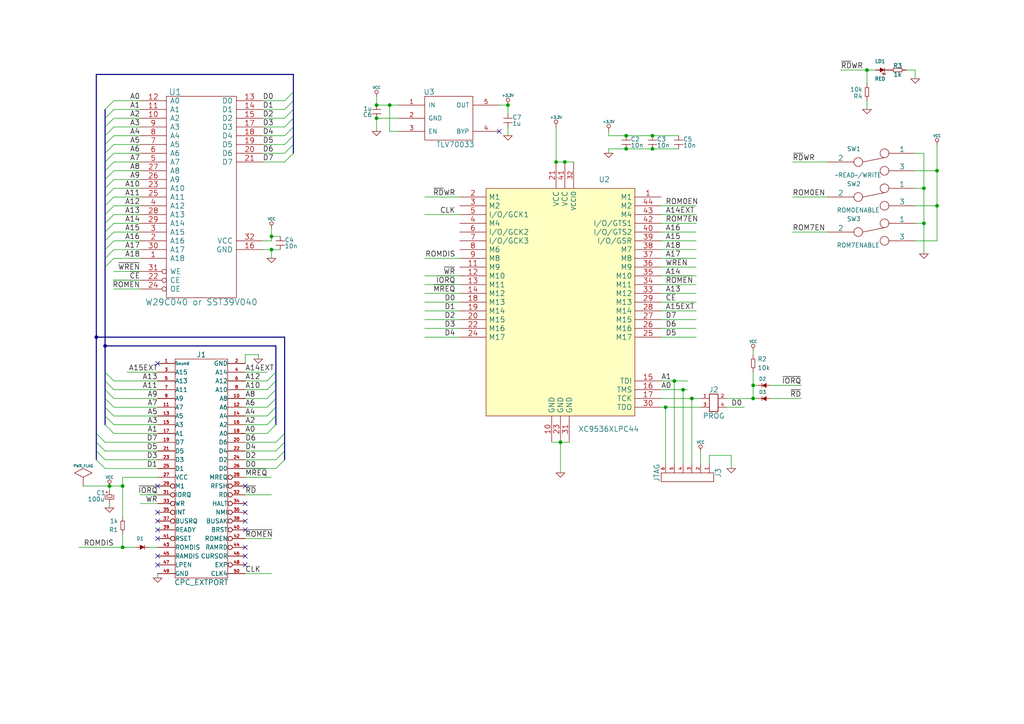
<source format=kicad_sch>
(kicad_sch (version 20230121) (generator eeschema)
  (paper "A4")
  (title_block (title "Megaflash redux") (date "Friday, 18 April 2014") (company "James Churchill (pelrun)") (comment 2 "wubba lubba dub dubs!") (comment 3 "original by Bryce www.cpcwiki.eu/index.php/MegaFlash"))
  (lib_symbols
    (symbol "megaflash-rescue:+3.3V" (power) (pin_names (offset 0))
      (property "Value" "+3.3V" (at 0 2.794 0))
      (symbol "+3.3V_0_0"
        (pin power_in line (at 0 0 90) (length 0) hide (name "+3.3V") (number "1"))
      )
      (symbol "+3.3V_0_1"
        (polyline (pts (xy 0 0) (xy 0 1.016) (xy 0 1.016)))
        (circle (center 0 1.524) (radius 0.508))
      )
    )
    (symbol "megaflash-rescue:C" (pin_numbers hide) (pin_names (offset 0.254))
      (property "Reference" "C" (at 1.27 0.254 0))
      (property "Value" "C" (at 1.27 -1.524 0))
      (symbol "C_0_1"
        (polyline (pts (xy -1.27 0) (xy 1.27 0) (xy 1.27 0)))
        (polyline (pts (xy 1.27 -1.27) (xy -1.27 -1.27) (xy -1.27 -1.27)))
      )
      (symbol "C_1_1"
        (pin passive line (at 0 1.27 270) (length 1.27) (name "~") (number "1"))
        (pin passive line (at 0 -2.54 90) (length 1.27) (name "~") (number "2"))
      )
    )
    (symbol "megaflash-rescue:CPC_EXTPORT" (pin_names (offset 0.0254))
      (property "Reference" "J" (at 0 33.02 0))
      (property "Value" "CPC_EXTPORT" (at 0 -33.02 0))
      (symbol "CPC_EXTPORT_0_1"
        (rectangle (start -7.62 31.75) (end 7.62 -31.75))
      )
      (symbol "CPC_EXTPORT_1_1"
        (pin passive line (at -12.7 30.48 0) (length 5.0038) (name "Sound") (number "1"))
        (pin passive line (at 12.7 20.32 180) (length 5.0038) (name "A8") (number "10"))
        (pin passive line (at -12.7 17.78 0) (length 5.0038) (name "A7") (number "11"))
        (pin passive line (at 12.7 17.78 180) (length 5.0038) (name "A6") (number "12"))
        (pin passive line (at -12.7 15.24 0) (length 5.0038) (name "A5") (number "13"))
        (pin passive line (at 12.7 15.24 180) (length 5.0038) (name "A4") (number "14"))
        (pin passive line (at -12.7 12.7 0) (length 5.0038) (name "A3") (number "15"))
        (pin passive line (at 12.7 12.7 180) (length 5.0038) (name "A2") (number "16"))
        (pin passive line (at -12.7 10.16 0) (length 5.0038) (name "A1") (number "17"))
        (pin passive line (at 12.7 10.16 180) (length 5.0038) (name "A0") (number "18"))
        (pin passive line (at -12.7 7.62 0) (length 5.0038) (name "D7") (number "19"))
        (pin passive line (at 12.7 30.48 180) (length 5.0038) (name "GND") (number "2"))
        (pin passive line (at 12.7 7.62 180) (length 5.0038) (name "D6") (number "20"))
        (pin passive line (at -12.7 5.08 0) (length 5.0038) (name "D5") (number "21"))
        (pin passive line (at 12.7 5.08 180) (length 5.0038) (name "D4") (number "22"))
        (pin passive line (at -12.7 2.54 0) (length 5.0038) (name "D3") (number "23"))
        (pin passive line (at 12.7 2.54 180) (length 5.0038) (name "D2") (number "24"))
        (pin passive line (at -12.7 0 0) (length 5.0038) (name "D1") (number "25"))
        (pin passive line (at 12.7 0 180) (length 5.0038) (name "D0") (number "26"))
        (pin passive line (at -12.7 -2.54 0) (length 5.0038) (name "VCC") (number "27"))
        (pin passive inverted (at 12.7 -2.54 180) (length 5.0038) (name "MREQ") (number "28"))
        (pin passive inverted (at -12.7 -5.08 0) (length 5.0038) (name "M1") (number "29"))
        (pin passive line (at -12.7 27.94 0) (length 5.0038) (name "A15") (number "3"))
        (pin passive inverted (at 12.7 -5.08 180) (length 5.0038) (name "RFSH") (number "30"))
        (pin passive inverted (at -12.7 -7.62 0) (length 5.0038) (name "IORQ") (number "31"))
        (pin passive inverted (at 12.7 -7.62 180) (length 5.0038) (name "RD") (number "32"))
        (pin passive inverted (at -12.7 -10.16 0) (length 5.0038) (name "WR") (number "33"))
        (pin passive inverted (at 12.7 -10.16 180) (length 5.0038) (name "HALT") (number "34"))
        (pin passive inverted (at -12.7 -12.7 0) (length 5.0038) (name "INT") (number "35"))
        (pin passive inverted (at 12.7 -12.7 180) (length 5.0038) (name "NMI") (number "36"))
        (pin passive inverted (at -12.7 -15.24 0) (length 5.0038) (name "BUSRQ") (number "37"))
        (pin passive inverted (at 12.7 -15.24 180) (length 5.0038) (name "BUSAK") (number "38"))
        (pin passive line (at -12.7 -17.78 0) (length 5.0038) (name "READY") (number "39"))
        (pin passive line (at 12.7 27.94 180) (length 5.0038) (name "A14") (number "4"))
        (pin passive inverted (at 12.7 -17.78 180) (length 5.0038) (name "BRST") (number "40"))
        (pin passive inverted (at -12.7 -20.32 0) (length 5.0038) (name "RSET") (number "41"))
        (pin passive inverted (at 12.7 -20.32 180) (length 5.0038) (name "ROMEN") (number "42"))
        (pin passive line (at -12.7 -22.86 0) (length 5.0038) (name "ROMDIS") (number "43"))
        (pin passive inverted (at 12.7 -22.86 180) (length 5.0038) (name "RAMRD") (number "44"))
        (pin passive line (at -12.7 -25.4 0) (length 5.0038) (name "RAMDIS") (number "45"))
        (pin passive line (at 12.7 -25.4 180) (length 5.0038) (name "CURSOR") (number "46"))
        (pin passive line (at -12.7 -27.94 0) (length 5.0038) (name "LPEN") (number "47"))
        (pin passive inverted (at 12.7 -27.94 180) (length 5.0038) (name "EXP") (number "48"))
        (pin passive line (at -12.7 -30.48 0) (length 5.0038) (name "GND") (number "49"))
        (pin passive line (at -12.7 25.4 0) (length 5.0038) (name "A13") (number "5"))
        (pin passive line (at 12.7 -30.48 180) (length 5.0038) (name "CLK4") (number "50"))
        (pin passive line (at 12.7 25.4 180) (length 5.0038) (name "A12") (number "6"))
        (pin passive line (at -12.7 22.86 0) (length 5.0038) (name "A11") (number "7"))
        (pin passive line (at 12.7 22.86 180) (length 5.0038) (name "A10") (number "8"))
        (pin passive line (at -12.7 20.32 0) (length 5.0038) (name "A9") (number "9"))
      )
    )
    (symbol "megaflash-rescue:DIODE" (pin_numbers hide) (pin_names (offset 1.016) hide)
      (property "Reference" "D" (at 0 2.54 0))
      (property "Value" "DIODE" (at 0 -2.54 0))
      (symbol "DIODE_0_1"
        (polyline (pts (xy 1.27 -0.635) (xy 1.27 0.635) (xy 1.27 0.635)))
        (polyline (pts (xy 1.27 0) (xy 0 0.635) (xy 0 -0.635) (xy 0 -0.635)) (fill (type outline)))
      )
      (symbol "DIODE_1_1"
        (pin passive line (at -1.27 0 0) (length 1.27) (name "A") (number "1"))
        (pin passive line (at 2.54 0 180) (length 1.27) (name "K") (number "2"))
      )
    )
    (symbol "megaflash-rescue:GND" (power) (pin_names (offset 0))
      (symbol "GND_0_1"
        (polyline (pts (xy -1.27 0) (xy 0 -1.27) (xy 1.27 0) (xy -1.27 0)))
      )
      (symbol "GND_1_1"
        (pin power_in line (at 0 0 90) (length 0) hide (name "GND") (number "1"))
      )
    )
    (symbol "megaflash-rescue:HEADER_2x2" (pin_names (offset 0))
      (property "Reference" "J" (at 0 3.81 0))
      (property "Value" "HEADER_2x2" (at 0 -3.81 0))
      (symbol "HEADER_2x2_0_1"
        (rectangle (start 1.27 2.54) (end -1.27 -2.54))
        (rectangle (start 1.27 2.54) (end -1.27 -2.54))
      )
      (symbol "HEADER_2x2_1_1"
        (pin passive line (at -3.81 1.27 0) (length 2.54) (name "~") (number "1"))
        (pin passive line (at 3.81 1.27 180) (length 2.54) (name "~") (number "2"))
        (pin passive line (at -3.81 -1.27 0) (length 2.54) (name "~") (number "3"))
        (pin passive line (at 3.81 -1.27 180) (length 2.54) (name "~") (number "4"))
      )
    )
    (symbol "megaflash-rescue:HEADER_6" (pin_names (offset 0))
      (property "Reference" "J" (at 0 8.89 0))
      (property "Value" "HEADER_6" (at 0 -8.89 0))
      (symbol "HEADER_6_0_1"
        (rectangle (start 2.54 7.62) (end 0 -7.62))
      )
      (symbol "HEADER_6_1_1"
        (pin passive line (at -2.54 6.35 0) (length 2.54) (name "~") (number "1"))
        (pin passive line (at -2.54 3.81 0) (length 2.54) (name "~") (number "2"))
        (pin passive line (at -2.54 1.27 0) (length 2.54) (name "~") (number "3"))
        (pin passive line (at -2.54 -1.27 0) (length 2.54) (name "~") (number "4"))
        (pin passive line (at -2.54 -3.81 0) (length 2.54) (name "~") (number "5"))
        (pin passive line (at -2.54 -6.35 0) (length 2.54) (name "~") (number "6"))
      )
    )
    (symbol "megaflash-rescue:LED" (pin_numbers hide) (pin_names (offset 1.016) hide)
      (property "Reference" "LD" (at 0 2.54 0))
      (property "Value" "LED" (at 0 -2.54 0))
      (symbol "LED_0_1"
        (polyline (pts (xy 0.508 -0.762) (xy 1.016 -1.27) (xy 1.016 -1.27)))
        (polyline (pts (xy 1.016 -0.762) (xy 1.524 -1.27) (xy 1.524 -1.27)))
        (polyline (pts (xy 1.27 -0.635) (xy 1.27 0.635) (xy 1.27 0.635)))
        (polyline (pts (xy 1.27 0) (xy 0 0.635) (xy 0 -0.635) (xy 0 -0.635)) (fill (type outline)))
        (polyline (pts (xy 1.524 -1.27) (xy 1.27 -1.27) (xy 1.524 -1.016) (xy 1.524 -1.27) (xy 1.524 -1.27)) (fill (type outline)))
        (polyline (pts (xy 1.016 -1.27) (xy 0.762 -1.27) (xy 1.016 -1.016) (xy 1.016 -1.27) (xy 1.016 -1.27) (xy 1.016 -1.27)) (fill (type outline)))
      )
      (symbol "LED_1_1"
        (pin passive line (at -1.27 0 0) (length 1.27) (name "A") (number "1"))
        (pin passive line (at 2.54 0 180) (length 1.27) (name "K") (number "2"))
      )
    )
    (symbol "megaflash-rescue:MIC5205" (pin_names (offset 1.016))
      (property "Reference" "U" (at -5.08 7.62 0))
      (property "Value" "MIC5205" (at 2.54 -7.62 0))
      (symbol "MIC5205_0_1"
        (rectangle (start -6.35 6.35) (end 7.62 -6.35))
      )
      (symbol "MIC5205_1_1"
        (pin power_in line (at -13.97 3.81 0) (length 7.62) (name "IN") (number "1"))
        (pin power_in line (at -13.97 0 0) (length 7.62) (name "GND") (number "2"))
        (pin input line (at -13.97 -3.81 0) (length 7.62) (name "EN") (number "3"))
        (pin passive line (at 15.24 -3.81 180) (length 7.62) (name "BYP") (number "4"))
        (pin power_out line (at 15.24 3.81 180) (length 7.62) (name "OUT") (number "5"))
      )
    )
    (symbol "megaflash-rescue:PWR_FLAG" (power) (pin_numbers hide) (pin_names (offset 0) hide)
      (property "Value" "PWR_FLAG" (at 0 5.842 0))
      (symbol "PWR_FLAG_0_0"
        (pin power_out line (at 0 0 90) (length 0) (name "pwr") (number "1"))
      )
      (symbol "PWR_FLAG_0_1"
        (polyline (pts (xy 0 0) (xy 0 2.54) (xy 0 2.54)))
        (polyline (pts (xy 0 2.54) (xy -2.54 3.81) (xy 0 5.08) (xy 2.54 3.81) (xy 0 2.54)))
      )
    )
    (symbol "megaflash-rescue:R" (pin_numbers hide) (pin_names (offset 0))
      (property "Reference" "R" (at -1.27 1.27 90))
      (property "Value" "R" (at 1.27 1.27 90))
      (symbol "R_0_1"
        (rectangle (start 0.508 1.27) (end -0.508 -1.27))
      )
      (symbol "R_1_1"
        (pin passive line (at 0 2.54 270) (length 1.27) (name "~") (number "1"))
        (pin passive line (at 0 -2.54 90) (length 1.27) (name "~") (number "2"))
      )
    )
    (symbol "megaflash-rescue:SWITCH_INV" (pin_numbers hide) (pin_names (offset 0))
      (property "Reference" "SW" (at -5.08 3.81 0))
      (property "Value" "SWITCH_INV" (at -3.81 -3.81 0))
      (symbol "SWITCH_INV_0_0"
        (circle (center -3.81 0) (radius 1.27))
        (circle (center 3.81 -2.54) (radius 1.27))
      )
      (symbol "SWITCH_INV_0_1"
        (polyline (pts (xy -2.54 0) (xy 3.81 1.27)))
        (circle (center 3.81 2.54) (radius 1.27))
      )
      (symbol "SWITCH_INV_1_1"
        (pin passive line (at 12.7 2.54 180) (length 7.62) (name "1") (number "1"))
        (pin passive line (at -12.7 0 0) (length 7.62) (name "2") (number "2"))
        (pin passive line (at 12.7 -2.54 180) (length 7.62) (name "3") (number "3"))
      )
    )
    (symbol "megaflash-rescue:VCC" (power) (pin_names (offset 0))
      (property "Value" "VCC" (at 0 2.54 0))
      (symbol "VCC_0_0"
        (pin power_in line (at 0 0 90) (length 0) hide (name "VCC") (number "1"))
      )
      (symbol "VCC_0_1"
        (polyline (pts (xy 0 0) (xy 0 0.762) (xy 0 0.762)))
        (circle (center 0 1.27) (radius 0.508))
      )
    )
    (symbol "megaflash-rescue:W29C040" (pin_names (offset 1.016))
      (property "Reference" "U" (at -7.62 25.4 0))
      (property "Value" "W29C040" (at 0 -35.56 0))
      (symbol "W29C040_0_0"
        (pin power_in line (at 17.78 -20.32 180) (length 7.62) (name "GND") (number "16"))
      )
      (symbol "W29C040_0_1"
        (rectangle (start -10.16 24.13) (end 10.16 -34.29))
      )
      (symbol "W29C040_1_0"
        (pin power_in line (at 17.78 -17.78 180) (length 7.62) (name "VCC") (number "32"))
      )
      (symbol "W29C040_1_1"
        (pin input line (at -17.78 -22.86 0) (length 7.62) (name "A18") (number "1"))
        (pin input line (at -17.78 17.78 0) (length 7.62) (name "A2") (number "10"))
        (pin input line (at -17.78 20.32 0) (length 7.62) (name "A1") (number "11"))
        (pin input line (at -17.78 22.86 0) (length 7.62) (name "A0") (number "12"))
        (pin tri_state line (at 17.78 22.86 180) (length 7.62) (name "D0") (number "13"))
        (pin tri_state line (at 17.78 20.32 180) (length 7.62) (name "D1") (number "14"))
        (pin tri_state line (at 17.78 17.78 180) (length 7.62) (name "D2") (number "15"))
        (pin tri_state line (at 17.78 15.24 180) (length 7.62) (name "D3") (number "17"))
        (pin tri_state line (at 17.78 12.7 180) (length 7.62) (name "D4") (number "18"))
        (pin tri_state line (at 17.78 10.16 180) (length 7.62) (name "D5") (number "19"))
        (pin input line (at -17.78 -17.78 0) (length 7.62) (name "A16") (number "2"))
        (pin tri_state line (at 17.78 7.62 180) (length 7.62) (name "D6") (number "20"))
        (pin tri_state line (at 17.78 5.08 180) (length 7.62) (name "D7") (number "21"))
        (pin input inverted (at -17.78 -29.21 0) (length 7.62) (name "CE") (number "22"))
        (pin input line (at -17.78 -2.54 0) (length 7.62) (name "A10") (number "23"))
        (pin input inverted (at -17.78 -31.75 0) (length 7.62) (name "OE") (number "24"))
        (pin input line (at -17.78 -5.08 0) (length 7.62) (name "A11") (number "25"))
        (pin input line (at -17.78 0 0) (length 7.62) (name "A9") (number "26"))
        (pin input line (at -17.78 2.54 0) (length 7.62) (name "A8") (number "27"))
        (pin input line (at -17.78 -10.16 0) (length 7.62) (name "A13") (number "28"))
        (pin input line (at -17.78 -12.7 0) (length 7.62) (name "A14") (number "29"))
        (pin input line (at -17.78 -15.24 0) (length 7.62) (name "A15") (number "3"))
        (pin input line (at -17.78 -20.32 0) (length 7.62) (name "A17") (number "30"))
        (pin input inverted (at -17.78 -26.67 0) (length 7.62) (name "WE") (number "31"))
        (pin input line (at -17.78 -7.62 0) (length 7.62) (name "A12") (number "4"))
        (pin input line (at -17.78 5.08 0) (length 7.62) (name "A7") (number "5"))
        (pin input line (at -17.78 7.62 0) (length 7.62) (name "A6") (number "6"))
        (pin input line (at -17.78 10.16 0) (length 7.62) (name "A5") (number "7"))
        (pin input line (at -17.78 12.7 0) (length 7.62) (name "A4") (number "8"))
        (pin input line (at -17.78 15.24 0) (length 7.62) (name "A3") (number "9"))
      )
    )
    (symbol "megaflash-rescue:XC9536PC44" (pin_names (offset 0.762))
      (property "Reference" "U" (at 12.7 35.56 0))
      (property "Value" "XC9536PC44" (at 13.97 -36.8046 0))
      (symbol "XC9536PC44_0_1"
        (rectangle (start -21.59 33.02) (end 21.59 -33.02) (fill (type background)))
      )
      (symbol "XC9536PC44_1_1"
        (pin bidirectional line (at 29.21 30.48 180) (length 7.62) (name "M1") (number "1"))
        (pin power_in line (at -2.54 -40.64 90) (length 7.62) (name "GND") (number "10"))
        (pin bidirectional line (at -29.21 10.16 0) (length 7.62) (name "M9") (number "11"))
        (pin bidirectional line (at -29.21 7.62 0) (length 7.62) (name "M10") (number "12"))
        (pin bidirectional line (at -29.21 5.08 0) (length 7.62) (name "M11") (number "13"))
        (pin bidirectional line (at -29.21 2.54 0) (length 7.62) (name "M12") (number "14"))
        (pin input line (at 29.21 -22.86 180) (length 7.62) (name "TDI") (number "15"))
        (pin input line (at 29.21 -25.4 180) (length 7.62) (name "TMS") (number "16"))
        (pin input line (at 29.21 -27.94 180) (length 7.62) (name "TCK") (number "17"))
        (pin bidirectional line (at -29.21 0 0) (length 7.62) (name "M13") (number "18"))
        (pin bidirectional line (at -29.21 -2.54 0) (length 7.62) (name "M14") (number "19"))
        (pin bidirectional line (at -29.21 30.48 0) (length 7.62) (name "M1") (number "2"))
        (pin bidirectional line (at -29.21 -5.08 0) (length 7.62) (name "M15") (number "20"))
        (pin power_in line (at -1.27 40.64 270) (length 7.62) (name "VCC") (number "21"))
        (pin bidirectional line (at -29.21 -7.62 0) (length 7.62) (name "M16") (number "22"))
        (pin power_in line (at 0 -40.64 90) (length 7.62) (name "GND") (number "23"))
        (pin bidirectional line (at -29.21 -10.16 0) (length 7.62) (name "M17") (number "24"))
        (pin bidirectional line (at 29.21 -10.16 180) (length 7.62) (name "M17") (number "25"))
        (pin bidirectional line (at 29.21 -7.62 180) (length 7.62) (name "M16") (number "26"))
        (pin bidirectional line (at 29.21 -5.08 180) (length 7.62) (name "M15") (number "27"))
        (pin bidirectional line (at 29.21 -2.54 180) (length 7.62) (name "M14") (number "28"))
        (pin bidirectional line (at 29.21 0 180) (length 7.62) (name "M13") (number "29"))
        (pin bidirectional line (at -29.21 27.94 0) (length 7.62) (name "M2") (number "3"))
        (pin output line (at 29.21 -30.48 180) (length 7.62) (name "TDO") (number "30"))
        (pin power_in line (at 2.54 -40.64 90) (length 7.62) (name "GND") (number "31"))
        (pin power_in line (at 3.81 40.64 270) (length 7.62) (name "VCCIO") (number "32"))
        (pin bidirectional line (at 29.21 2.54 180) (length 7.62) (name "M12") (number "33"))
        (pin bidirectional line (at 29.21 5.08 180) (length 7.62) (name "M11") (number "34"))
        (pin bidirectional line (at 29.21 7.62 180) (length 7.62) (name "M10") (number "35"))
        (pin bidirectional line (at 29.21 10.16 180) (length 7.62) (name "M9") (number "36"))
        (pin bidirectional line (at 29.21 12.7 180) (length 7.62) (name "M8") (number "37"))
        (pin bidirectional line (at 29.21 15.24 180) (length 7.62) (name "M7") (number "38"))
        (pin bidirectional line (at 29.21 17.78 180) (length 7.62) (name "I/O/GSR") (number "39"))
        (pin bidirectional line (at -29.21 22.86 0) (length 7.62) (name "M4") (number "4"))
        (pin bidirectional line (at 29.21 20.32 180) (length 7.62) (name "I/O/GTS2") (number "40"))
        (pin power_in line (at 1.27 40.64 270) (length 7.62) (name "VCC") (number "41"))
        (pin bidirectional line (at 29.21 22.86 180) (length 7.62) (name "I/O/GTS1") (number "42"))
        (pin bidirectional line (at 29.21 25.4 180) (length 7.62) (name "M4") (number "43"))
        (pin bidirectional line (at 29.21 27.94 180) (length 7.62) (name "M2") (number "44"))
        (pin bidirectional line (at -29.21 25.4 0) (length 7.62) (name "I/O/GCK1") (number "5"))
        (pin bidirectional line (at -29.21 20.32 0) (length 7.62) (name "I/O/GCK2") (number "6"))
        (pin bidirectional line (at -29.21 17.78 0) (length 7.62) (name "I/O/GCK3") (number "7"))
        (pin bidirectional line (at -29.21 15.24 0) (length 7.62) (name "M6") (number "8"))
        (pin bidirectional line (at -29.21 12.7 0) (length 7.62) (name "M8") (number "9"))
      )
    )
    (symbol "megaflash-rescue:cap" (pin_numbers hide) (pin_names (offset 0.254) hide)
      (property "Reference" "C" (at 1.27 2.54 0))
      (property "Value" "cap" (at 1.27 -2.54 0))
      (symbol "cap_0_1"
        (rectangle (start -0.762 1.27) (end 0.762 0.508))
        (polyline (pts (xy -0.762 2.286) (xy -0.762 1.778) (xy -0.762 1.778)))
        (polyline (pts (xy -0.508 2.032) (xy -1.016 2.032) (xy -1.016 2.032)))
        (polyline (pts (xy -1.27 1.27) (xy -1.27 0) (xy 1.27 0) (xy 1.27 1.27) (xy 1.27 1.27)))
      )
      (symbol "cap_1_1"
        (pin passive line (at 0 2.54 270) (length 1.27) (name "~") (number "1"))
        (pin passive line (at 0 -1.27 90) (length 1.27) (name "~") (number "2"))
      )
    )
  )
  (junction (at 195.58 110.49))
  (junction (at 161.29 46.99))
  (junction (at 27.94 97.79))
  (junction (at 189.23 43.18))
  (junction (at 31.75 140.97))
  (junction (at 267.97 54.61))
  (junction (at 78.74 68.58))
  (junction (at 267.97 64.77))
  (junction (at 271.78 59.69))
  (junction (at 109.22 34.29))
  (junction (at 147.32 30.48))
  (junction (at 181.61 39.37))
  (junction (at 35.56 140.97))
  (junction (at 198.12 113.03))
  (junction (at 35.56 158.75))
  (junction (at 109.22 30.48))
  (junction (at 218.44 111.76))
  (junction (at 30.48 100.33))
  (junction (at 78.74 72.39))
  (junction (at 189.23 39.37))
  (junction (at 181.61 43.18))
  (junction (at 271.78 49.53))
  (junction (at 200.66 115.57))
  (junction (at 113.03 30.48))
  (junction (at 163.83 46.99))
  (junction (at 251.46 20.32))
  (junction (at 218.44 115.57))
  (junction (at 162.56 128.27))
  (junction (at 193.04 118.11))
  (no_connect (at 71.12 146.05))
  (no_connect (at 45.72 151.13))
  (no_connect (at 45.72 148.59))
  (no_connect (at 71.12 161.29))
  (no_connect (at 144.78 38.1))
  (no_connect (at 45.72 163.83))
  (no_connect (at 71.12 158.75))
  (no_connect (at 71.12 163.83))
  (no_connect (at 71.12 148.59))
  (no_connect (at 71.12 151.13))
  (no_connect (at 45.72 140.97))
  (no_connect (at 71.12 140.97))
  (no_connect (at 45.72 153.67))
  (no_connect (at 45.72 161.29))
  (no_connect (at 71.12 153.67))
  (no_connect (at 45.72 105.41))
  (no_connect (at 45.72 156.21))
  (bus_entry (at 27.94 128.27) (size 2.54 2.54))
  (bus_entry (at 30.48 67.31) (size 2.54 -2.54))
  (bus_entry (at 80.01 130.81) (size 2.54 -2.54))
  (bus_entry (at 30.48 57.15) (size 2.54 -2.54))
  (bus_entry (at 82.55 46.99) (size 2.54 -2.54))
  (bus_entry (at 30.48 64.77) (size 2.54 -2.54))
  (bus_entry (at 30.48 118.11) (size 2.54 2.54))
  (bus_entry (at 80.01 133.35) (size 2.54 -2.54))
  (bus_entry (at 30.48 44.45) (size 2.54 -2.54))
  (bus_entry (at 30.48 74.93) (size 2.54 -2.54))
  (bus_entry (at 30.48 41.91) (size 2.54 -2.54))
  (bus_entry (at 30.48 110.49) (size 2.54 2.54))
  (bus_entry (at 27.94 125.73) (size 2.54 2.54))
  (bus_entry (at 30.48 31.75) (size 2.54 -2.54))
  (bus_entry (at 77.47 118.11) (size 2.54 -2.54))
  (bus_entry (at 30.48 54.61) (size 2.54 -2.54))
  (bus_entry (at 82.55 31.75) (size 2.54 -2.54))
  (bus_entry (at 30.48 52.07) (size 2.54 -2.54))
  (bus_entry (at 77.47 110.49) (size 2.54 -2.54))
  (bus_entry (at 27.94 130.81) (size 2.54 2.54))
  (bus_entry (at 30.48 49.53) (size 2.54 -2.54))
  (bus_entry (at 30.48 123.19) (size 2.54 2.54))
  (bus_entry (at 30.48 113.03) (size 2.54 2.54))
  (bus_entry (at 30.48 36.83) (size 2.54 -2.54))
  (bus_entry (at 77.47 123.19) (size 2.54 -2.54))
  (bus_entry (at 30.48 69.85) (size 2.54 -2.54))
  (bus_entry (at 27.94 133.35) (size 2.54 2.54))
  (bus_entry (at 30.48 72.39) (size 2.54 -2.54))
  (bus_entry (at 82.55 29.21) (size 2.54 -2.54))
  (bus_entry (at 80.01 135.89) (size 2.54 -2.54))
  (bus_entry (at 80.01 128.27) (size 2.54 -2.54))
  (bus_entry (at 30.48 107.95) (size 2.54 2.54))
  (bus_entry (at 30.48 34.29) (size 2.54 -2.54))
  (bus_entry (at 30.48 46.99) (size 2.54 -2.54))
  (bus_entry (at 30.48 39.37) (size 2.54 -2.54))
  (bus_entry (at 77.47 113.03) (size 2.54 -2.54))
  (bus_entry (at 30.48 62.23) (size 2.54 -2.54))
  (bus_entry (at 77.47 125.73) (size 2.54 -2.54))
  (bus_entry (at 30.48 77.47) (size 2.54 -2.54))
  (bus_entry (at 30.48 120.65) (size 2.54 2.54))
  (bus_entry (at 82.55 36.83) (size 2.54 -2.54))
  (bus_entry (at 82.55 41.91) (size 2.54 -2.54))
  (bus_entry (at 77.47 115.57) (size 2.54 -2.54))
  (bus_entry (at 77.47 120.65) (size 2.54 -2.54))
  (bus_entry (at 82.55 44.45) (size 2.54 -2.54))
  (bus_entry (at 82.55 34.29) (size 2.54 -2.54))
  (bus_entry (at 82.55 39.37) (size 2.54 -2.54))
  (bus_entry (at 30.48 115.57) (size 2.54 2.54))
  (bus_entry (at 30.48 59.69) (size 2.54 -2.54))
  (wire (pts (xy 78.74 69.85) (xy 76.2 69.85)))
  (wire (pts (xy 82.55 34.29) (xy 76.2 34.29)))
  (bus (pts (xy 80.01 120.65) (xy 80.01 123.19)))
  (wire (pts (xy 33.02 81.28) (xy 40.64 81.28)))
  (wire (pts (xy 77.47 115.57) (xy 71.12 115.57)))
  (bus (pts (xy 30.48 44.45) (xy 30.48 46.99)))
  (wire (pts (xy 191.77 113.03) (xy 198.12 113.03)))
  (wire (pts (xy 35.56 158.75) (xy 35.56 154.94)))
  (wire (pts (xy 163.83 46.99) (xy 166.37 46.99)))
  (wire (pts (xy 33.02 52.07) (xy 40.64 52.07)))
  (wire (pts (xy 76.2 46.99) (xy 82.55 46.99)))
  (wire (pts (xy 133.35 92.71) (xy 123.19 92.71)))
  (wire (pts (xy 35.56 140.97) (xy 35.56 149.86)))
  (wire (pts (xy 271.78 49.53) (xy 271.78 59.69)))
  (wire (pts (xy 191.77 80.01) (xy 201.93 80.01)))
  (wire (pts (xy 251.46 24.13) (xy 251.46 20.32)))
  (wire (pts (xy 109.22 34.29) (xy 109.22 38.1)))
  (wire (pts (xy 30.48 130.81) (xy 45.72 130.81)))
  (bus (pts (xy 30.48 49.53) (xy 30.48 52.07)))
  (wire (pts (xy 40.64 74.93) (xy 33.02 74.93)))
  (bus (pts (xy 80.01 107.95) (xy 80.01 110.49)))
  (wire (pts (xy 215.9 118.11) (xy 210.82 118.11)))
  (wire (pts (xy 31.75 140.97) (xy 35.56 140.97)))
  (bus (pts (xy 82.55 128.27) (xy 82.55 130.81)))
  (wire (pts (xy 45.72 133.35) (xy 30.48 133.35)))
  (wire (pts (xy 33.02 34.29) (xy 40.64 34.29)))
  (wire (pts (xy 71.12 128.27) (xy 80.01 128.27)))
  (wire (pts (xy 210.82 115.57) (xy 218.44 115.57)))
  (bus (pts (xy 30.48 52.07) (xy 30.48 54.61)))
  (wire (pts (xy 133.35 82.55) (xy 123.19 82.55)))
  (wire (pts (xy 176.53 39.37) (xy 181.61 39.37)))
  (wire (pts (xy 191.77 59.69) (xy 201.93 59.69)))
  (bus (pts (xy 30.48 46.99) (xy 30.48 49.53)))
  (wire (pts (xy 133.35 62.23) (xy 123.19 62.23)))
  (wire (pts (xy 33.02 125.73) (xy 45.72 125.73)))
  (wire (pts (xy 76.2 72.39) (xy 78.74 72.39)))
  (bus (pts (xy 30.48 34.29) (xy 30.48 36.83)))
  (wire (pts (xy 113.03 30.48) (xy 115.57 30.48)))
  (wire (pts (xy 71.12 107.95) (xy 77.47 107.95)))
  (wire (pts (xy 22.86 158.75) (xy 35.56 158.75)))
  (wire (pts (xy 205.74 132.08) (xy 212.09 132.08)))
  (wire (pts (xy 191.77 95.25) (xy 201.93 95.25)))
  (wire (pts (xy 218.44 111.76) (xy 218.44 107.95)))
  (wire (pts (xy 265.43 64.77) (xy 267.97 64.77)))
  (bus (pts (xy 80.01 115.57) (xy 80.01 118.11)))
  (wire (pts (xy 82.55 39.37) (xy 76.2 39.37)))
  (bus (pts (xy 30.48 69.85) (xy 30.48 72.39)))
  (wire (pts (xy 80.01 130.81) (xy 71.12 130.81)))
  (bus (pts (xy 82.55 125.73) (xy 82.55 128.27)))
  (wire (pts (xy 267.97 64.77) (xy 267.97 73.66)))
  (bus (pts (xy 27.94 128.27) (xy 27.94 130.81)))
  (wire (pts (xy 71.12 118.11) (xy 77.47 118.11)))
  (wire (pts (xy 76.2 36.83) (xy 82.55 36.83)))
  (bus (pts (xy 85.09 21.59) (xy 85.09 26.67)))
  (bus (pts (xy 85.09 34.29) (xy 85.09 36.83)))
  (wire (pts (xy 71.12 102.87) (xy 74.93 102.87)))
  (bus (pts (xy 30.48 74.93) (xy 30.48 77.47)))
  (wire (pts (xy 205.74 134.62) (xy 205.74 132.08)))
  (bus (pts (xy 30.48 31.75) (xy 30.48 34.29)))
  (wire (pts (xy 251.46 20.32) (xy 254 20.32)))
  (wire (pts (xy 243.84 20.32) (xy 251.46 20.32)))
  (bus (pts (xy 85.09 39.37) (xy 85.09 41.91)))
  (bus (pts (xy 30.48 110.49) (xy 30.48 113.03)))
  (wire (pts (xy 265.43 54.61) (xy 267.97 54.61)))
  (wire (pts (xy 161.29 46.99) (xy 163.83 46.99)))
  (wire (pts (xy 147.32 36.83) (xy 147.32 39.37)))
  (wire (pts (xy 33.02 31.75) (xy 40.64 31.75)))
  (wire (pts (xy 45.72 158.75) (xy 43.18 158.75)))
  (wire (pts (xy 191.77 82.55) (xy 201.93 82.55)))
  (wire (pts (xy 271.78 69.85) (xy 265.43 69.85)))
  (wire (pts (xy 147.32 33.02) (xy 147.32 30.48)))
  (wire (pts (xy 193.04 134.62) (xy 193.04 118.11)))
  (wire (pts (xy 191.77 77.47) (xy 201.93 77.47)))
  (wire (pts (xy 271.78 41.91) (xy 271.78 49.53)))
  (wire (pts (xy 71.12 156.21) (xy 78.74 156.21)))
  (wire (pts (xy 78.74 68.58) (xy 78.74 69.85)))
  (wire (pts (xy 251.46 31.75) (xy 251.46 29.21)))
  (bus (pts (xy 27.94 97.79) (xy 27.94 125.73)))
  (bus (pts (xy 30.48 72.39) (xy 30.48 74.93)))
  (wire (pts (xy 45.72 128.27) (xy 30.48 128.27)))
  (bus (pts (xy 30.48 41.91) (xy 30.48 44.45)))
  (wire (pts (xy 33.02 41.91) (xy 40.64 41.91)))
  (wire (pts (xy 40.64 78.74) (xy 33.02 78.74)))
  (wire (pts (xy 181.61 43.18) (xy 189.23 43.18)))
  (wire (pts (xy 33.02 57.15) (xy 40.64 57.15)))
  (wire (pts (xy 45.72 146.05) (xy 40.64 146.05)))
  (wire (pts (xy 191.77 90.17) (xy 201.93 90.17)))
  (wire (pts (xy 71.12 113.03) (xy 77.47 113.03)))
  (bus (pts (xy 82.55 130.81) (xy 82.55 133.35)))
  (wire (pts (xy 77.47 110.49) (xy 71.12 110.49)))
  (wire (pts (xy 35.56 138.43) (xy 45.72 138.43)))
  (wire (pts (xy 267.97 44.45) (xy 267.97 54.61)))
  (wire (pts (xy 33.02 46.99) (xy 40.64 46.99)))
  (wire (pts (xy 71.12 105.41) (xy 71.12 102.87)))
  (wire (pts (xy 232.41 115.57) (xy 223.52 115.57)))
  (wire (pts (xy 191.77 74.93) (xy 201.93 74.93)))
  (wire (pts (xy 271.78 59.69) (xy 271.78 69.85)))
  (wire (pts (xy 115.57 34.29) (xy 109.22 34.29)))
  (wire (pts (xy 115.57 38.1) (xy 113.03 38.1)))
  (wire (pts (xy 223.52 111.76) (xy 232.41 111.76)))
  (wire (pts (xy 191.77 72.39) (xy 201.93 72.39)))
  (wire (pts (xy 33.02 67.31) (xy 40.64 67.31)))
  (wire (pts (xy 33.02 29.21) (xy 40.64 29.21)))
  (bus (pts (xy 30.48 54.61) (xy 30.48 57.15)))
  (wire (pts (xy 265.43 49.53) (xy 271.78 49.53)))
  (wire (pts (xy 33.02 62.23) (xy 40.64 62.23)))
  (wire (pts (xy 82.55 44.45) (xy 76.2 44.45)))
  (wire (pts (xy 198.12 113.03) (xy 199.39 113.03)))
  (wire (pts (xy 189.23 43.18) (xy 196.85 43.18)))
  (wire (pts (xy 198.12 134.62) (xy 198.12 113.03)))
  (bus (pts (xy 85.09 26.67) (xy 85.09 29.21)))
  (bus (pts (xy 30.48 107.95) (xy 30.48 110.49)))
  (wire (pts (xy 33.02 36.83) (xy 40.64 36.83)))
  (wire (pts (xy 162.56 128.27) (xy 162.56 137.16)))
  (wire (pts (xy 191.77 97.79) (xy 201.93 97.79)))
  (wire (pts (xy 33.02 72.39) (xy 40.64 72.39)))
  (wire (pts (xy 191.77 92.71) (xy 201.93 92.71)))
  (bus (pts (xy 85.09 31.75) (xy 85.09 34.29)))
  (wire (pts (xy 229.87 67.31) (xy 240.03 67.31)))
  (wire (pts (xy 45.72 113.03) (xy 33.02 113.03)))
  (wire (pts (xy 78.74 72.39) (xy 81.28 72.39)))
  (wire (pts (xy 33.02 54.61) (xy 40.64 54.61)))
  (wire (pts (xy 161.29 46.99) (xy 161.29 36.83)))
  (bus (pts (xy 27.94 125.73) (xy 27.94 128.27)))
  (wire (pts (xy 191.77 62.23) (xy 201.93 62.23)))
  (wire (pts (xy 219.71 111.76) (xy 218.44 111.76)))
  (wire (pts (xy 147.32 30.48) (xy 144.78 30.48)))
  (wire (pts (xy 109.22 30.48) (xy 109.22 27.94)))
  (wire (pts (xy 191.77 115.57) (xy 200.66 115.57)))
  (wire (pts (xy 76.2 41.91) (xy 82.55 41.91)))
  (wire (pts (xy 265.43 59.69) (xy 271.78 59.69)))
  (bus (pts (xy 80.01 118.11) (xy 80.01 120.65)))
  (wire (pts (xy 191.77 64.77) (xy 201.93 64.77)))
  (bus (pts (xy 85.09 41.91) (xy 85.09 44.45)))
  (wire (pts (xy 45.72 123.19) (xy 33.02 123.19)))
  (bus (pts (xy 80.01 113.03) (xy 80.01 115.57)))
  (wire (pts (xy 176.53 43.18) (xy 181.61 43.18)))
  (bus (pts (xy 85.09 36.83) (xy 85.09 39.37)))
  (wire (pts (xy 133.35 87.63) (xy 123.19 87.63)))
  (wire (pts (xy 133.35 97.79) (xy 123.19 97.79)))
  (bus (pts (xy 30.48 100.33) (xy 30.48 107.95)))
  (wire (pts (xy 35.56 138.43) (xy 35.56 140.97)))
  (wire (pts (xy 40.64 69.85) (xy 33.02 69.85)))
  (bus (pts (xy 30.48 77.47) (xy 30.48 100.33)))
  (wire (pts (xy 78.74 66.04) (xy 78.74 68.58)))
  (wire (pts (xy 74.93 102.87) (xy 74.93 104.14)))
  (wire (pts (xy 71.12 166.37) (xy 78.74 166.37)))
  (wire (pts (xy 30.48 135.89) (xy 45.72 135.89)))
  (wire (pts (xy 33.02 49.53) (xy 40.64 49.53)))
  (bus (pts (xy 30.48 115.57) (xy 30.48 118.11)))
  (wire (pts (xy 80.01 135.89) (xy 71.12 135.89)))
  (wire (pts (xy 71.12 143.51) (xy 78.74 143.51)))
  (bus (pts (xy 30.48 64.77) (xy 30.48 67.31)))
  (wire (pts (xy 45.72 167.64) (xy 45.72 166.37)))
  (bus (pts (xy 27.94 130.81) (xy 27.94 133.35)))
  (wire (pts (xy 181.61 39.37) (xy 189.23 39.37)))
  (wire (pts (xy 77.47 120.65) (xy 71.12 120.65)))
  (bus (pts (xy 30.48 62.23) (xy 30.48 64.77)))
  (wire (pts (xy 33.02 115.57) (xy 45.72 115.57)))
  (wire (pts (xy 240.03 57.15) (xy 229.87 57.15)))
  (wire (pts (xy 218.44 102.87) (xy 218.44 101.6)))
  (bus (pts (xy 30.48 120.65) (xy 30.48 123.19)))
  (bus (pts (xy 80.01 110.49) (xy 80.01 113.03)))
  (wire (pts (xy 265.43 22.86) (xy 265.43 20.32)))
  (bus (pts (xy 30.48 118.11) (xy 30.48 120.65)))
  (wire (pts (xy 40.64 64.77) (xy 33.02 64.77)))
  (wire (pts (xy 162.56 128.27) (xy 165.1 128.27)))
  (wire (pts (xy 191.77 110.49) (xy 195.58 110.49)))
  (wire (pts (xy 45.72 107.95) (xy 36.83 107.95)))
  (wire (pts (xy 218.44 115.57) (xy 218.44 111.76)))
  (wire (pts (xy 133.35 74.93) (xy 123.19 74.93)))
  (wire (pts (xy 267.97 54.61) (xy 267.97 64.77)))
  (wire (pts (xy 191.77 118.11) (xy 193.04 118.11)))
  (wire (pts (xy 133.35 57.15) (xy 123.19 57.15)))
  (wire (pts (xy 193.04 118.11) (xy 203.2 118.11)))
  (wire (pts (xy 33.02 39.37) (xy 40.64 39.37)))
  (wire (pts (xy 33.02 44.45) (xy 40.64 44.45)))
  (wire (pts (xy 200.66 134.62) (xy 200.66 115.57)))
  (wire (pts (xy 191.77 69.85) (xy 201.93 69.85)))
  (bus (pts (xy 80.01 100.33) (xy 30.48 100.33)))
  (wire (pts (xy 265.43 20.32) (xy 262.89 20.32)))
  (wire (pts (xy 176.53 44.45) (xy 176.53 43.18)))
  (wire (pts (xy 176.53 39.37) (xy 176.53 38.1)))
  (bus (pts (xy 30.48 39.37) (xy 30.48 41.91)))
  (wire (pts (xy 203.2 130.81) (xy 203.2 134.62)))
  (wire (pts (xy 31.75 146.05) (xy 31.75 147.32)))
  (bus (pts (xy 27.94 21.59) (xy 27.94 97.79)))
  (wire (pts (xy 133.35 90.17) (xy 123.19 90.17)))
  (wire (pts (xy 191.77 85.09) (xy 201.93 85.09)))
  (wire (pts (xy 265.43 44.45) (xy 267.97 44.45)))
  (bus (pts (xy 85.09 21.59) (xy 27.94 21.59)))
  (bus (pts (xy 80.01 100.33) (xy 80.01 107.95)))
  (wire (pts (xy 45.72 143.51) (xy 40.64 143.51)))
  (wire (pts (xy 33.02 59.69) (xy 40.64 59.69)))
  (wire (pts (xy 76.2 31.75) (xy 82.55 31.75)))
  (bus (pts (xy 30.48 57.15) (xy 30.48 59.69)))
  (wire (pts (xy 31.75 140.97) (xy 31.75 142.24)))
  (wire (pts (xy 78.74 74.93) (xy 78.74 72.39)))
  (wire (pts (xy 218.44 115.57) (xy 219.71 115.57)))
  (wire (pts (xy 109.22 30.48) (xy 113.03 30.48)))
  (wire (pts (xy 133.35 85.09) (xy 123.19 85.09)))
  (wire (pts (xy 33.02 110.49) (xy 45.72 110.49)))
  (wire (pts (xy 191.77 67.31) (xy 201.93 67.31)))
  (wire (pts (xy 45.72 118.11) (xy 33.02 118.11)))
  (wire (pts (xy 33.02 120.65) (xy 45.72 120.65)))
  (wire (pts (xy 35.56 158.75) (xy 39.37 158.75)))
  (wire (pts (xy 195.58 110.49) (xy 199.39 110.49)))
  (wire (pts (xy 229.87 46.99) (xy 240.03 46.99)))
  (wire (pts (xy 40.64 83.82) (xy 33.02 83.82)))
  (wire (pts (xy 212.09 132.08) (xy 212.09 135.89)))
  (wire (pts (xy 71.12 138.43) (xy 78.74 138.43)))
  (wire (pts (xy 189.23 39.37) (xy 196.85 39.37)))
  (wire (pts (xy 77.47 125.73) (xy 71.12 125.73)))
  (wire (pts (xy 81.28 68.58) (xy 78.74 68.58)))
  (wire (pts (xy 191.77 87.63) (xy 201.93 87.63)))
  (wire (pts (xy 76.2 29.21) (xy 82.55 29.21)))
  (wire (pts (xy 71.12 123.19) (xy 77.47 123.19)))
  (wire (pts (xy 200.66 115.57) (xy 203.2 115.57)))
  (bus (pts (xy 30.48 36.83) (xy 30.48 39.37)))
  (wire (pts (xy 160.02 128.27) (xy 162.56 128.27)))
  (bus (pts (xy 82.55 97.79) (xy 82.55 125.73)))
  (wire (pts (xy 113.03 38.1) (xy 113.03 30.48)))
  (bus (pts (xy 30.48 67.31) (xy 30.48 69.85)))
  (wire (pts (xy 71.12 133.35) (xy 80.01 133.35)))
  (wire (pts (xy 24.13 140.97) (xy 31.75 140.97)))
  (wire (pts (xy 195.58 134.62) (xy 195.58 110.49)))
  (bus (pts (xy 30.48 59.69) (xy 30.48 62.23)))
  (bus (pts (xy 85.09 29.21) (xy 85.09 31.75)))
  (bus (pts (xy 82.55 97.79) (xy 27.94 97.79)))
  (wire (pts (xy 133.35 95.25) (xy 123.19 95.25)))
  (bus (pts (xy 30.48 113.03) (xy 30.48 115.57)))
  (wire (pts (xy 133.35 80.01) (xy 123.19 80.01)))
  (label "A2" (at 71.12 123.19 0) (effects (font (size 1.524 1.524))))
  (label "A8" (at 40.64 49.53 180) (effects (font (size 1.524 1.524))))
  (label "D6" (at 193.04 95.25 0) (effects (font (size 1.524 1.524))))
  (label "D4" (at 132.08 97.79 180) (effects (font (size 1.524 1.524))))
  (label "D2" (at 76.2 34.29 0) (effects (font (size 1.524 1.524))))
  (label "A16" (at 40.64 69.85 180) (effects (font (size 1.524 1.524))))
  (label "D7" (at 45.72 128.27 180) (effects (font (size 1.524 1.524))))
  (label "~{RD}WR" (at 229.87 46.99 0) (effects (font (size 1.524 1.524))))
  (label "A0" (at 191.77 113.03 0) (effects (font (size 1.524 1.524))))
  (label "A1" (at 45.72 125.73 180) (effects (font (size 1.524 1.524))))
  (label "A13" (at 45.72 110.49 180) (effects (font (size 1.524 1.524))))
  (label "~{IORQ}" (at 232.41 111.76 180) (effects (font (size 1.524 1.524))))
  (label "D3" (at 132.08 95.25 180) (effects (font (size 1.524 1.524))))
  (label "D7" (at 193.04 92.71 0) (effects (font (size 1.524 1.524))))
  (label "D0" (at 212.09 118.11 0) (effects (font (size 1.524 1.524))))
  (label "ROMDIS" (at 132.08 74.93 180) (effects (font (size 1.524 1.524))))
  (label "CLK" (at 71.12 166.37 0) (effects (font (size 1.524 1.524))))
  (label "~{ROMEN}" (at 193.04 82.55 0) (effects (font (size 1.524 1.524))))
  (label "~{RD}" (at 232.41 115.57 180) (effects (font (size 1.524 1.524))))
  (label "D4" (at 76.2 39.37 0) (effects (font (size 1.524 1.524))))
  (label "A7" (at 45.72 118.11 180) (effects (font (size 1.524 1.524))))
  (label "~{RD}WR" (at 132.08 57.15 180) (effects (font (size 1.524 1.524))))
  (label "ROM7EN" (at 229.87 67.31 0) (effects (font (size 1.524 1.524))))
  (label "A7" (at 40.64 46.99 180) (effects (font (size 1.524 1.524))))
  (label "D0" (at 132.08 87.63 180) (effects (font (size 1.524 1.524))))
  (label "D5" (at 45.72 130.81 180) (effects (font (size 1.524 1.524))))
  (label "A9" (at 45.72 115.57 180) (effects (font (size 1.524 1.524))))
  (label "~{WR}" (at 132.08 80.01 180) (effects (font (size 1.524 1.524))))
  (label "~{WREN}" (at 40.64 78.74 180) (effects (font (size 1.524 1.524))))
  (label "A0" (at 40.64 29.21 180) (effects (font (size 1.524 1.524))))
  (label "~{MREQ}" (at 132.08 85.09 180) (effects (font (size 1.524 1.524))))
  (label "~{WR}" (at 45.72 146.05 180) (effects (font (size 1.524 1.524))))
  (label "A14" (at 193.04 80.01 0) (effects (font (size 1.524 1.524))))
  (label "A18" (at 40.64 74.93 180) (effects (font (size 1.524 1.524))))
  (label "~{ROMEN}" (at 71.12 156.21 0) (effects (font (size 1.524 1.524))))
  (label "A14" (at 40.64 64.77 180) (effects (font (size 1.524 1.524))))
  (label "D6" (at 76.2 44.45 0) (effects (font (size 1.524 1.524))))
  (label "D2" (at 132.08 92.71 180) (effects (font (size 1.524 1.524))))
  (label "A12" (at 40.64 59.69 180) (effects (font (size 1.524 1.524))))
  (label "A13" (at 193.04 85.09 0) (effects (font (size 1.524 1.524))))
  (label "A8" (at 71.12 115.57 0) (effects (font (size 1.524 1.524))))
  (label "A15EXT" (at 193.04 90.17 0) (effects (font (size 1.524 1.524))))
  (label "A18" (at 193.04 72.39 0) (effects (font (size 1.524 1.524))))
  (label "A12" (at 71.12 110.49 0) (effects (font (size 1.524 1.524))))
  (label "A1" (at 40.64 31.75 180) (effects (font (size 1.524 1.524))))
  (label "A2" (at 40.64 34.29 180) (effects (font (size 1.524 1.524))))
  (label "A4" (at 71.12 120.65 0) (effects (font (size 1.524 1.524))))
  (label "D1" (at 132.08 90.17 180) (effects (font (size 1.524 1.524))))
  (label "A0" (at 71.12 125.73 0) (effects (font (size 1.524 1.524))))
  (label "A17" (at 193.04 74.93 0) (effects (font (size 1.524 1.524))))
  (label "A1" (at 191.77 110.49 0) (effects (font (size 1.524 1.524))))
  (label "ROM0EN" (at 229.87 57.15 0) (effects (font (size 1.524 1.524))))
  (label "ROM0EN" (at 193.04 59.69 0) (effects (font (size 1.524 1.524))))
  (label "A14EXT" (at 71.12 107.95 0) (effects (font (size 1.524 1.524))))
  (label "D4" (at 71.12 130.81 0) (effects (font (size 1.524 1.524))))
  (label "D3" (at 76.2 36.83 0) (effects (font (size 1.524 1.524))))
  (label "~{RD}" (at 71.12 143.51 0) (effects (font (size 1.524 1.524))))
  (label "~{MREQ}" (at 71.12 138.43 0) (effects (font (size 1.524 1.524))))
  (label "~{ROMEN}" (at 40.64 83.82 180) (effects (font (size 1.524 1.524))))
  (label "A15" (at 193.04 69.85 0) (effects (font (size 1.524 1.524))))
  (label "A17" (at 40.64 72.39 180) (effects (font (size 1.524 1.524))))
  (label "~{CE}" (at 193.04 87.63 0) (effects (font (size 1.524 1.524))))
  (label "A5" (at 45.72 120.65 180) (effects (font (size 1.524 1.524))))
  (label "A15EXT" (at 45.72 107.95 180) (effects (font (size 1.524 1.524))))
  (label "A10" (at 71.12 113.03 0) (effects (font (size 1.524 1.524))))
  (label "D3" (at 45.72 133.35 180) (effects (font (size 1.524 1.524))))
  (label "A5" (at 40.64 41.91 180) (effects (font (size 1.524 1.524))))
  (label "A9" (at 40.64 52.07 180) (effects (font (size 1.524 1.524))))
  (label "D1" (at 76.2 31.75 0) (effects (font (size 1.524 1.524))))
  (label "~{RD}WR" (at 243.84 20.32 0) (effects (font (size 1.524 1.524))))
  (label "D0" (at 71.12 135.89 0) (effects (font (size 1.524 1.524))))
  (label "A14EXT" (at 193.04 62.23 0) (effects (font (size 1.524 1.524))))
  (label "CLK" (at 132.08 62.23 180) (effects (font (size 1.524 1.524))))
  (label "A3" (at 45.72 123.19 180) (effects (font (size 1.524 1.524))))
  (label "A6" (at 71.12 118.11 0) (effects (font (size 1.524 1.524))))
  (label "A15" (at 40.64 67.31 180) (effects (font (size 1.524 1.524))))
  (label "ROMDIS" (at 33.02 158.75 180) (effects (font (size 1.524 1.524))))
  (label "A3" (at 40.64 36.83 180) (effects (font (size 1.524 1.524))))
  (label "D5" (at 76.2 41.91 0) (effects (font (size 1.524 1.524))))
  (label "D7" (at 76.2 46.99 0) (effects (font (size 1.524 1.524))))
  (label "A11" (at 40.64 57.15 180) (effects (font (size 1.524 1.524))))
  (label "~{IORQ}" (at 132.08 82.55 180) (effects (font (size 1.524 1.524))))
  (label "A4" (at 40.64 39.37 180) (effects (font (size 1.524 1.524))))
  (label "~{CE}" (at 40.64 81.28 180) (effects (font (size 1.524 1.524))))
  (label "D0" (at 76.2 29.21 0) (effects (font (size 1.524 1.524))))
  (label "A13" (at 40.64 62.23 180) (effects (font (size 1.524 1.524))))
  (label "D5" (at 193.04 97.79 0) (effects (font (size 1.524 1.524))))
  (label "~{IORQ}" (at 45.72 143.51 180) (effects (font (size 1.524 1.524))))
  (label "~{WREN}" (at 193.04 77.47 0) (effects (font (size 1.524 1.524))))
  (label "D2" (at 71.12 133.35 0) (effects (font (size 1.524 1.524))))
  (label "A6" (at 40.64 44.45 180) (effects (font (size 1.524 1.524))))
  (label "D6" (at 71.12 128.27 0) (effects (font (size 1.524 1.524))))
  (label "A10" (at 40.64 54.61 180) (effects (font (size 1.524 1.524))))
  (label "A11" (at 45.72 113.03 180) (effects (font (size 1.524 1.524))))
  (label "ROM7EN" (at 193.04 64.77 0) (effects (font (size 1.524 1.524))))
  (label "D1" (at 45.72 135.89 180) (effects (font (size 1.524 1.524))))
  (label "A16" (at 193.04 67.31 0) (effects (font (size 1.524 1.524))))
  (symbol (lib_id "megaflash-rescue:W29C040") (at 58.42 52.07 0) (unit 1)
    (property "Reference" "U1" (at 50.8 26.67 0) (effects (font (size 1.778 1.778))))
    (property "Value" "W29C040 or SST39V040" (at 58.42 87.63 0) (effects (font (size 1.778 1.778))))
  )
  (symbol (lib_id "megaflash-rescue:CPC_EXTPORT") (at 58.42 135.89 0) (unit 1)
    (property "Reference" "J1" (at 58.42 102.87 0) (effects (font (size 1.524 1.524))))
    (property "Value" "CPC_EXTPORT" (at 58.42 168.91 0) (effects (font (size 1.524 1.524))))
  )
  (symbol (lib_id "megaflash-rescue:GND") (at 78.74 74.93 0) (unit 1)
    (property "Reference" "#PWR6" (effects hide))
    (property "Value" "GND" (effects hide))
  )
  (symbol (lib_id "megaflash-rescue:VCC") (at 78.74 66.04 0) (unit 1)
    (property "Reference" "#PWR5" (effects hide))
    (property "Value" "VCC" (at 78.74 63.5 0) (effects (font (size 0.762 0.762))))
  )
  (symbol (lib_id "megaflash-rescue:DIODE") (at 40.64 158.75 0) (unit 1)
    (property "Reference" "D1" (at 40.64 156.21 0) (effects (font (size 1.016 1.016))))
    (property "Value" "DIODE" (effects hide))
  )
  (symbol (lib_id "megaflash-rescue:R") (at 35.56 152.4 0) (unit 1)
    (property "Reference" "R1" (at 34.29 153.67 0) (effects (justify right)))
    (property "Value" "1k" (at 34.29 151.13 0) (effects (justify right)))
  )
  (symbol (lib_id "megaflash-rescue:VCC") (at 31.75 140.97 0) (unit 1)
    (property "Reference" "#PWR1" (effects hide))
    (property "Value" "VCC" (at 31.75 138.43 0) (effects (font (size 0.762 0.762))))
  )
  (symbol (lib_id "megaflash-rescue:GND") (at 45.72 167.64 0) (unit 1)
    (property "Reference" "#PWR3" (effects hide))
    (property "Value" "GND" (effects hide))
  )
  (symbol (lib_id "megaflash-rescue:GND") (at 74.93 104.14 0) (unit 1)
    (property "Reference" "#PWR4" (effects hide))
    (property "Value" "GND" (effects hide))
  )
  (symbol (lib_id "megaflash-rescue:GND") (at 31.75 147.32 0) (unit 1)
    (property "Reference" "#PWR2" (effects hide))
    (property "Value" "GND" (effects hide))
  )
  (symbol (lib_id "megaflash-rescue:C") (at 181.61 40.64 0) (unit 1)
    (property "Reference" "C2" (at 182.88 40.386 0) (effects (justify left)))
    (property "Value" "10n" (at 182.88 42.164 0) (effects (justify left)))
  )
  (symbol (lib_id "megaflash-rescue:C") (at 189.23 40.64 0) (unit 1)
    (property "Reference" "C3" (at 190.5 40.386 0) (effects (justify left)))
    (property "Value" "10n" (at 190.5 42.164 0) (effects (justify left)))
  )
  (symbol (lib_id "megaflash-rescue:GND") (at 176.53 44.45 0) (unit 1)
    (property "Reference" "#PWR14" (effects hide))
    (property "Value" "GND" (effects hide))
  )
  (symbol (lib_id "megaflash-rescue:XC9536PC44") (at 162.56 87.63 0) (unit 1)
    (property "Reference" "U2" (at 175.26 52.07 0) (effects (font (size 1.524 1.524))))
    (property "Value" "XC9536XLPC44" (at 176.53 124.4346 0) (effects (font (size 1.524 1.524))))
  )
  (symbol (lib_id "megaflash-rescue:GND") (at 162.56 137.16 0) (unit 1)
    (property "Reference" "#PWR12" (effects hide))
    (property "Value" "GND" (effects hide))
  )
  (symbol (lib_id "megaflash-rescue:GND") (at 267.97 73.66 0) (unit 1)
    (property "Reference" "#PWR20" (effects hide))
    (property "Value" "GND" (effects hide))
  )
  (symbol (lib_id "megaflash-rescue:VCC") (at 271.78 41.91 0) (unit 1)
    (property "Reference" "#PWR21" (effects hide))
    (property "Value" "VCC" (at 271.78 39.37 0) (effects (font (size 0.762 0.762))))
  )
  (symbol (lib_id "megaflash-rescue:LED") (at 255.27 20.32 0) (unit 1)
    (property "Reference" "LD1" (at 255.27 17.78 0) (effects (font (size 1.016 1.016))))
    (property "Value" "RED" (at 255.27 22.86 0) (effects (font (size 1.016 1.016))))
  )
  (symbol (lib_id "megaflash-rescue:R") (at 260.35 20.32 270) (unit 1)
    (property "Reference" "R3" (at 260.35 19.05 90))
    (property "Value" "1k" (at 260.35 21.59 90))
  )
  (symbol (lib_id "megaflash-rescue:GND") (at 265.43 22.86 0) (unit 1)
    (property "Reference" "#PWR19" (effects hide))
    (property "Value" "GND" (effects hide))
  )
  (symbol (lib_id "megaflash-rescue:PWR_FLAG") (at 24.13 140.97 0) (unit 1)
    (property "Reference" "#FLG1" (effects hide))
    (property "Value" "PWR_FLAG" (at 24.13 135.128 0) (effects (font (size 0.762 0.762))))
  )
  (symbol (lib_id "megaflash-rescue:C") (at 81.28 69.85 0) (unit 1)
    (property "Reference" "C4" (at 82.55 69.596 0) (effects (justify left)))
    (property "Value" "10n" (at 82.55 71.374 0) (effects (justify left)))
  )
  (symbol (lib_id "megaflash-rescue:HEADER_2x2") (at 207.01 116.84 0) (unit 1)
    (property "Reference" "J2" (at 207.01 113.03 0) (effects (font (size 1.524 1.524))))
    (property "Value" "PROG" (at 207.01 120.65 0) (effects (font (size 1.524 1.524))))
  )
  (symbol (lib_id "megaflash-rescue:DIODE") (at 222.25 111.76 180) (unit 1)
    (property "Reference" "D2" (at 222.25 110.49 0) (effects (font (size 1.016 1.016)) (justify left top)))
    (property "Value" "DIODE" (effects hide))
  )
  (symbol (lib_id "megaflash-rescue:DIODE") (at 222.25 115.57 180) (unit 1)
    (property "Reference" "D3" (at 222.25 114.3 0) (effects (font (size 1.016 1.016)) (justify left top)))
    (property "Value" "DIODE" (effects hide))
  )
  (symbol (lib_id "megaflash-rescue:R") (at 218.44 105.41 0) (unit 1)
    (property "Reference" "R2" (at 219.71 104.14 0) (effects (justify left)))
    (property "Value" "10k" (at 219.71 106.68 0) (effects (justify left)))
  )
  (symbol (lib_id "megaflash-rescue:SWITCH_INV") (at 252.73 46.99 0) (unit 1)
    (property "Reference" "SW1" (at 247.65 43.18 0))
    (property "Value" "~READ~/WRITE" (at 248.92 50.8 0))
  )
  (symbol (lib_id "megaflash-rescue:SWITCH_INV") (at 252.73 57.15 0) (unit 1)
    (property "Reference" "SW2" (at 247.65 53.34 0))
    (property "Value" "ROM0ENABLE" (at 248.92 60.96 0))
  )
  (symbol (lib_id "megaflash-rescue:SWITCH_INV") (at 252.73 67.31 0) (unit 1)
    (property "Reference" "SW3" (at 247.65 63.5 0))
    (property "Value" "ROM7ENABLE" (at 248.92 71.12 0))
  )
  (symbol (lib_id "megaflash-rescue:HEADER_6") (at 199.39 137.16 270) (unit 1)
    (property "Reference" "J3" (at 208.28 137.16 0) (effects (font (size 1.524 1.524))))
    (property "Value" "JTAG" (at 190.5 137.16 0) (effects (font (size 1.524 1.524))))
  )
  (symbol (lib_id "megaflash-rescue:VCC") (at 203.2 130.81 0) (unit 1)
    (property "Reference" "#PWR15" (effects hide))
    (property "Value" "VCC" (at 203.2 128.27 0) (effects (font (size 0.762 0.762))))
  )
  (symbol (lib_id "megaflash-rescue:GND") (at 212.09 135.89 0) (unit 1)
    (property "Reference" "#PWR16" (effects hide))
    (property "Value" "GND" (effects hide))
  )
  (symbol (lib_id "megaflash-rescue:C") (at 196.85 40.64 0) (unit 1)
    (property "Reference" "C5" (at 198.12 40.386 0) (effects (justify left)))
    (property "Value" "10n" (at 198.12 42.164 0) (effects (justify left)))
  )
  (symbol (lib_id "megaflash-rescue:cap") (at 31.75 144.78 0) (unit 1)
    (property "Reference" "C1" (at 27.94 142.24 0) (effects (justify left top)))
    (property "Value" "100u" (at 25.4 144.78 0) (effects (justify left)))
  )
  (symbol (lib_id "megaflash-rescue:VCC") (at 218.44 101.6 0) (unit 1)
    (property "Reference" "#PWR17" (effects hide))
    (property "Value" "VCC" (at 218.44 99.06 0) (effects (font (size 0.762 0.762))))
  )
  (symbol (lib_id "megaflash-rescue:R") (at 251.46 26.67 0) (unit 1)
    (property "Reference" "R4" (at 250.19 27.94 0) (effects (justify right)))
    (property "Value" "10k" (at 250.19 26.67 0) (effects (justify right bottom)))
  )
  (symbol (lib_id "megaflash-rescue:GND") (at 251.46 31.75 0) (unit 1)
    (property "Reference" "#PWR18" (effects hide))
    (property "Value" "GND" (effects hide))
  )
  (symbol (lib_id "megaflash-rescue:MIC5205") (at 129.54 34.29 0) (unit 1)
    (property "Reference" "U3" (at 124.46 26.67 0) (effects (font (size 1.524 1.524))))
    (property "Value" "TLV70033" (at 132.08 41.91 0) (effects (font (size 1.524 1.524))))
  )
  (symbol (lib_id "megaflash-rescue:+3.3V") (at 147.32 30.48 0) (unit 1)
    (property "Reference" "#PWR9" (effects hide))
    (property "Value" "+3.3V" (at 147.32 27.686 0) (effects (font (size 0.762 0.762))))
  )
  (symbol (lib_id "megaflash-rescue:+3.3V") (at 176.53 38.1 0) (unit 1)
    (property "Reference" "#PWR13" (effects hide))
    (property "Value" "+3.3V" (at 176.53 35.306 0) (effects (font (size 0.762 0.762))))
  )
  (symbol (lib_id "megaflash-rescue:+3.3V") (at 161.29 36.83 0) (unit 1)
    (property "Reference" "#PWR11" (effects hide))
    (property "Value" "+3.3V" (at 161.29 34.036 0) (effects (font (size 0.762 0.762))))
  )
  (symbol (lib_id "megaflash-rescue:VCC") (at 109.22 27.94 0) (unit 1)
    (property "Reference" "#PWR7" (effects hide))
    (property "Value" "VCC" (at 109.22 25.4 0) (effects (font (size 0.762 0.762))))
  )
  (symbol (lib_id "megaflash-rescue:GND") (at 109.22 38.1 0) (unit 1)
    (property "Reference" "#PWR8" (effects hide))
    (property "Value" "GND" (effects hide))
  )
  (symbol (lib_id "megaflash-rescue:GND") (at 147.32 39.37 0) (unit 1)
    (property "Reference" "#PWR10" (effects hide))
    (property "Value" "GND" (effects hide))
  )
  (symbol (lib_id "megaflash-rescue:C") (at 147.32 34.29 0) (unit 1)
    (property "Reference" "C7" (at 148.59 34.036 0) (effects (justify left)))
    (property "Value" "1u" (at 148.59 35.814 0) (effects (justify left)))
  )
  (symbol (lib_id "megaflash-rescue:C") (at 109.22 33.02 180) (unit 1)
    (property "Reference" "C6" (at 107.95 33.274 0) (effects (justify left)))
    (property "Value" "1u" (at 107.95 31.496 0) (effects (justify left)))
  )
)
</source>
